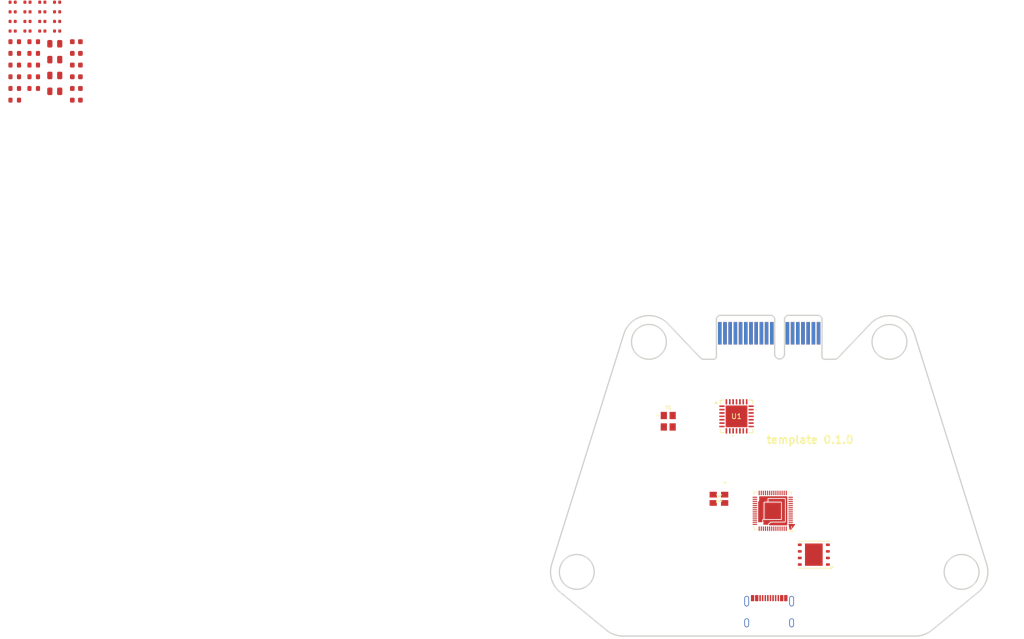
<source format=kicad_pcb>
(kicad_pcb (version 20241229) (generator "pcbnew") (generator_version "9.0")
  (layers (0 "F.Cu" signal) (2 "B.Cu" signal) (13 "F.Paste" user) (15 "B.Paste" user) (5 "F.SilkS" user "F.Silkscreen") (7 "B.SilkS" user "B.Silkscreen") (1 "F.Mask" user) (3 "B.Mask" user) (25 "Edge.Cuts" user))
  (net 0 "")
  (net 3 "+BAT")
  (net 12 "+1V1")
  (net 13 "/XOUT")
  (net 14 "/XIN")
  (net 15 "/REFCAP")
  (net 17 "/REFGND")
  (net 19 "/CAN_OSC1")
  (net 20 "/CAN_OSC2")
  (net 22 "GND")
  (net 23 "/REFIO")
  (net 24 "/USB_DM")
  (net 25 "/USB_DP")
  (net 27 "Net-(J6-CC2)")
  (net 29 "Net-(J6-CC1)")
  (net 30 "/BOOTSEL")
  (net 33 "/QSPI_SS")
  (net 36 "Net-(U2-USB_DP)")
  (net 38 "Net-(U2-USB_DM)")
  (net 41 "Net-(SW1A-B)")
  (net 42 "Net-(R7-Pad1)")
  (net 43 "Net-(U1-*RESET)")
  (net 45 "/CANH")
  (net 47 "/CANL")
  (net 49 "/CS2")
  (net 50 "+3.3V")
  (net 51 "/CS1")
  (net 52 "/CAN_STBY")
  (net 54 "+5V")
  (net 55 "/TXCAN")
  (net 56 "/SDO1")
  (net 57 "/SCK1")
  (net 58 "/CAN_INT")
  (net 59 "/RXCAN")
  (net 60 "/SDI1")
  (net 71 "CANN")
  (net 72 "CANP")
  (net 78 "/QSPI_SD0")
  (net 79 "/SWCLK")
  (net 80 "/QSPI_SD3")
  (net 81 "/SWD")
  (net 82 "/QSPI_SD1")
  (net 83 "/QSPI_SCLK")
  (net 84 "/QSPI_SD2")
  (footprint "PCM_JLCPCB:C_0402" (layer "F.Cu") (at 9.475 2.275)
    (property "Reference" "C16" (hide yes))
    (property "Value" "100nF")
    (pad "1" smd roundrect (at -0.5 0) (size 0.56 0.62) (layers "F.Cu" "F.Mask" "F.Paste") (net 54 "+5V"))
    (pad "2" smd roundrect (at 0.5 0) (size 0.56 0.62) (layers "F.Cu" "F.Mask" "F.Paste") (net 22 "GND"))
  )
  (footprint "Package_SON:WSON-8-1EP_6x5mm_P1.27mm_EP3.4x4.3mm" (layer "F.Cu") (at 155 106.75 180)
    (property "Reference" "U4" (hide yes))
    (property "Value" "W25Q128JVP" (hide yes))
    (fp_line (start -2.99 -2.61) (end 3 -2.61) (stroke (width 0.12)) (layer "F.SilkS"))
    (fp_line (start -3 2.61) (end 3 2.61) (stroke (width 0.12)) (layer "F.SilkS"))
    (fp_poly (pts (xy -3.23 -2.31) (xy -3.71 -2.31) (xy -3.23 -2.79) (xy -3.23 -2.31)) (stroke (width 0.12)) (fill yes) (layer "F.SilkS"))
    (pad "1" smd roundrect (at -2.7 -1.905 180) (size 0.75 0.5) (layers "F.Cu" "F.Mask" "F.Paste") (net 33 "/QSPI_SS"))
    (pad "2" smd roundrect (at -2.7 -0.635 180) (size 0.75 0.5) (layers "F.Cu" "F.Mask" "F.Paste") (net 82 "/QSPI_SD1"))
    (pad "3" smd roundrect (at -2.7 0.635 180) (size 0.75 0.5) (layers "F.Cu" "F.Mask" "F.Paste") (net 84 "/QSPI_SD2"))
    (pad "4" smd roundrect (at -2.7 1.905 180) (size 0.75 0.5) (layers "F.Cu" "F.Mask" "F.Paste") (net 22 "GND"))
    (pad "5" smd roundrect (at 2.7 1.905 180) (size 0.75 0.5) (layers "F.Cu" "F.Mask" "F.Paste") (net 78 "/QSPI_SD0"))
    (pad "6" smd roundrect (at 2.7 0.635 180) (size 0.75 0.5) (layers "F.Cu" "F.Mask" "F.Paste") (net 83 "/QSPI_SCLK"))
    (pad "7" smd roundrect (at 2.7 -0.635 180) (size 0.75 0.5) (layers "F.Cu" "F.Mask" "F.Paste") (net 80 "/QSPI_SD3"))
    (pad "8" smd roundrect (at 2.7 -1.905 180) (size 0.75 0.5) (layers "F.Cu" "F.Mask" "F.Paste") (net 50 "+3.3V"))
    (pad "9" smd rect (at 0 0 180) (size 3.4 4.3) (property pad_prop_heatsink) (layers "F.Cu" "F.Mask"))
  )
  (footprint "PCM_JLCPCB:R_0603" (layer "F.Cu") (at 1.325 19.275)
    (property "Reference" "R6" (hide yes))
    (property "Value" "5.1kΩ")
    (pad "1" smd roundrect (at -0.82 0) (size 0.8 0.95) (layers "F.Cu" "F.Mask" "F.Paste") (net 27 "Net-(J6-CC2)"))
    (pad "2" smd roundrect (at 0.82 0) (size 0.8 0.95) (layers "F.Cu" "F.Mask" "F.Paste") (net 22 "GND"))
  )
  (footprint "PCM_JLCPCB:R_0603" (layer "F.Cu") (at 4.975 8.025)
    (property "Reference" "R7" (hide yes))
    (property "Value" "5.1kΩ")
    (pad "1" smd roundrect (at -0.82 0) (size 0.8 0.95) (layers "F.Cu" "F.Mask" "F.Paste") (net 42 "Net-(R7-Pad1)"))
    (pad "2" smd roundrect (at 0.82 0) (size 0.8 0.95) (layers "F.Cu" "F.Mask" "F.Paste") (net 43 "Net-(U1-*RESET)"))
  )
  (footprint "PCM_JLCPCB:C_0603" (layer "F.Cu") (at 13.175 19.275)
    (property "Reference" "C24" (hide yes))
    (property "Value" "1uF")
    (pad "1" smd roundrect (at -0.78 0) (size 0.9 0.95) (layers "F.Cu" "F.Mask" "F.Paste") (net 22 "GND"))
    (pad "2" smd roundrect (at 0.78 0) (size 0.9 0.95) (layers "F.Cu" "F.Mask" "F.Paste") (net 22 "GND"))
  )
  (footprint "PCM_JLCPCB:R_0603" (layer "F.Cu") (at 4.975 12.525)
    (property "Reference" "R9" (hide yes))
    (property "Value" "120Ω")
    (pad "1" smd roundrect (at -0.82 0) (size 0.8 0.95) (layers "F.Cu" "F.Mask" "F.Paste") (net 47 "/CANL"))
    (pad "2" smd roundrect (at 0.82 0) (size 0.8 0.95) (layers "F.Cu" "F.Mask" "F.Paste") (net 45 "/CANH"))
  )
  (footprint "PCM_JLCPCB:C_0402" (layer "F.Cu") (at 6.625 5.975)
    (property "Reference" "C14" (hide yes))
    (property "Value" "100nF")
    (pad "1" smd roundrect (at -0.5 0) (size 0.56 0.62) (layers "F.Cu" "F.Mask" "F.Paste") (net 22 "GND"))
    (pad "2" smd roundrect (at 0.5 0) (size 0.56 0.62) (layers "F.Cu" "F.Mask" "F.Paste") (net 50 "+3.3V"))
  )
  (footprint "PCM_JLCPCB:C_0402" (layer "F.Cu") (at 6.625 0.425)
    (property "Reference" "C9" (hide yes))
    (property "Value" "100nF")
    (pad "1" smd roundrect (at -0.5 0) (size 0.56 0.62) (layers "F.Cu" "F.Mask" "F.Paste") (net 50 "+3.3V"))
    (pad "2" smd roundrect (at 0.5 0) (size 0.56 0.62) (layers "F.Cu" "F.Mask" "F.Paste") (net 22 "GND"))
  )
  (footprint "PCM_JLCPCB:C_0805" (layer "F.Cu") (at 9.025 8.425)
    (property "Reference" "C22" (hide yes))
    (property "Value" "10uF")
    (pad "1" smd roundrect (at -0.95 0) (size 1 1.45) (layers "F.Cu" "F.Mask" "F.Paste") (net 15 "/REFCAP"))
    (pad "2" smd roundrect (at 0.95 0) (size 1 1.45) (layers "F.Cu" "F.Mask" "F.Paste") (net 17 "/REFGND"))
  )
  (footprint "PCM_JLCPCB:C_0805" (layer "F.Cu") (at 9.025 17.575)
    (property "Reference" "C27" (hide yes))
    (property "Value" "10uF")
    (pad "1" smd roundrect (at -0.95 0) (size 1 1.45) (layers "F.Cu" "F.Mask" "F.Paste") (net 17 "/REFGND"))
    (pad "2" smd roundrect (at 0.95 0) (size 1 1.45) (layers "F.Cu" "F.Mask" "F.Paste") (net 15 "/REFCAP"))
  )
  (footprint "PCM_JLCPCB:R_0603" (layer "F.Cu") (at 1.325 12.525)
    (property "Reference" "R3" (hide yes))
    (property "Value" "27Ω")
    (pad "1" smd roundrect (at -0.82 0) (size 0.8 0.95) (layers "F.Cu" "F.Mask" "F.Paste") (net 38 "Net-(U2-USB_DM)"))
    (pad "2" smd roundrect (at 0.82 0) (size 0.8 0.95) (layers "F.Cu" "F.Mask" "F.Paste") (net 24 "/USB_DM"))
  )
  (footprint "PCM_JLCPCB:R_0603" (layer "F.Cu") (at 4.975 10.275)
    (property "Reference" "R8" (hide yes))
    (property "Value" "5.1kΩ")
    (pad "1" smd roundrect (at -0.82 0) (size 0.8 0.95) (layers "F.Cu" "F.Mask" "F.Paste") (net 50 "+3.3V"))
    (pad "2" smd roundrect (at 0.82 0) (size 0.8 0.95) (layers "F.Cu" "F.Mask" "F.Paste") (net 42 "Net-(R7-Pad1)"))
  )
  (footprint "PCM_JLCPCB:C_0402" (layer "F.Cu") (at 3.775 4.125)
    (property "Reference" "C7" (hide yes))
    (property "Value" "100nF")
    (pad "1" smd roundrect (at -0.5 0) (size 0.56 0.62) (layers "F.Cu" "F.Mask" "F.Paste") (net 50 "+3.3V"))
    (pad "2" smd roundrect (at 0.5 0) (size 0.56 0.62) (layers "F.Cu" "F.Mask" "F.Paste") (net 22 "GND"))
  )
  (footprint "PCM_JLCPCB:C_0603" (layer "F.Cu") (at 13.175 10.275)
    (property "Reference" "C13" (hide yes))
    (property "Value" "15pF")
    (pad "1" smd roundrect (at -0.78 0) (size 0.9 0.95) (layers "F.Cu" "F.Mask" "F.Paste") (net 14 "/XIN"))
    (pad "2" smd roundrect (at 0.78 0) (size 0.9 0.95) (layers "F.Cu" "F.Mask" "F.Paste") (net 22 "GND"))
  )
  (footprint "PCM_JLCPCB:C_0402" (layer "F.Cu") (at 6.625 4.125)
    (property "Reference" "C11" (hide yes))
    (property "Value" "1uF")
    (pad "1" smd roundrect (at -0.5 0) (size 0.56 0.62) (layers "F.Cu" "F.Mask" "F.Paste") (net 50 "+3.3V"))
    (pad "2" smd roundrect (at 0.5 0) (size 0.56 0.62) (layers "F.Cu" "F.Mask" "F.Paste") (net 22 "GND"))
  )
  (footprint "PCM_JLCPCB:C_0402" (layer "F.Cu") (at 3.775 0.425)
    (property "Reference" "C5" (hide yes))
    (property "Value" "100nF")
    (pad "1" smd roundrect (at -0.5 0) (size 0.56 0.62) (layers "F.Cu" "F.Mask" "F.Paste") (net 50 "+3.3V"))
    (pad "2" smd roundrect (at 0.5 0) (size 0.56 0.62) (layers "F.Cu" "F.Mask" "F.Paste") (net 22 "GND"))
  )
  (footprint "Connector_USB:USB_C_Receptacle_Palconn_UTC16-G" (layer "F.Cu") (at 146.41 117.625)
    (property "Reference" "J6" (hide yes))
    (property "Value" "USB_C_Receptacle_USB2.0_16P" (hide yes))
    (pad "" np_thru_hole circle (at -2.89 -1.45 180) (size 0.6 0.6) (drill 0.6) (layers "*.Cu" "*.Mask"))
    (pad "" np_thru_hole circle (at 2.89 -1.45 180) (size 0.6 0.6) (drill 0.6) (layers "*.Cu" "*.Mask"))
    (pad "A1" smd rect (at -3.2 -2.51) (size 0.6 1.16) (layers "F.Cu" "F.Mask" "F.Paste") (net 22 "GND"))
    (pad "A4" smd rect (at -2.4 -2.51) (size 0.6 1.16) (layers "F.Cu" "F.Mask" "F.Paste"))
    (pad "A5" smd rect (at -1.25 -2.51 180) (size 0.3 1.16) (layers "F.Cu" "F.Mask" "F.Paste") (net 29 "Net-(J6-CC1)"))
    (pad "A6" smd rect (at -0.25 -2.51 180) (size 0.3 1.16) (layers "F.Cu" "F.Mask" "F.Paste") (net 25 "/USB_DP"))
    (pad "A7" smd rect (at 0.25 -2.51 180) (size 0.3 1.16) (layers "F.Cu" "F.Mask" "F.Paste") (net 24 "/USB_DM"))
    (pad "A8" smd rect (at 1.25 -2.51 180) (size 0.3 1.16) (layers "F.Cu" "F.Mask" "F.Paste"))
    (pad "A9" smd rect (at 2.4 -2.51) (size 0.6 1.16) (layers "F.Cu" "F.Mask" "F.Paste"))
    (pad "A12" smd rect (at 3.2 -2.51) (size 0.6 1.16) (layers "F.Cu" "F.Mask" "F.Paste") (net 22 "GND"))
    (pad "B1" smd rect (at 3.2 -2.51) (size 0.6 1.16) (layers "F.Cu" "F.Mask" "F.Paste") (net 22 "GND"))
    (pad "B4" smd rect (at 2.4 -2.51) (size 0.6 1.16) (layers "F.Cu" "F.Mask" "F.Paste"))
    (pad "B5" smd rect (at 1.75 -2.51 180) (size 0.3 1.16) (layers "F.Cu" "F.Mask" "F.Paste") (net 27 "Net-(J6-CC2)"))
    (pad "B6" smd rect (at 0.75 -2.51 180) (size 0.3 1.16) (layers "F.Cu" "F.Mask" "F.Paste") (net 25 "/USB_DP"))
    (pad "B7" smd rect (at -0.75 -2.51 180) (size 0.3 1.16) (layers "F.Cu" "F.Mask" "F.Paste") (net 24 "/USB_DM"))
    (pad "B8" smd rect (at -1.75 -2.51 180) (size 0.3 1.16) (layers "F.Cu" "F.Mask" "F.Paste"))
    (pad "B9" smd rect (at -2.4 -2.51) (size 0.6 1.16) (layers "F.Cu" "F.Mask" "F.Paste"))
    (pad "B12" smd rect (at -3.2 -2.51) (size 0.6 1.16) (layers "F.Cu" "F.Mask" "F.Paste") (net 22 "GND"))
    (pad "S1" thru_hole oval (at -4.32 -1.93 90) (size 2 0.9) (drill oval 1.7 0.6) (layers "*.Cu" "*.Mask") (net 22 "GND"))
    (pad "S1" thru_hole oval (at -4.32 2.24 90) (size 1.7 0.9) (drill oval 1.4 0.6) (layers "*.Cu" "*.Mask") (net 22 "GND"))
    (pad "S1" thru_hole oval (at 4.32 -1.93 90) (size 2 0.9) (drill oval 1.7 0.6) (layers "*.Cu" "*.Mask") (net 22 "GND"))
    (pad "S1" thru_hole oval (at 4.32 2.24 90) (size 1.7 0.9) (drill oval 1.4 0.6) (layers "*.Cu" "*.Mask") (net 22 "GND"))
  )
  (footprint "PCM_JLCPCB:C_0402" (layer "F.Cu") (at 0.925 4.125)
    (property "Reference" "C3" (hide yes))
    (property "Value" "1uF")
    (pad "1" smd roundrect (at -0.5 0) (size 0.56 0.62) (layers "F.Cu" "F.Mask" "F.Paste") (net 12 "+1V1"))
    (pad "2" smd roundrect (at 0.5 0) (size 0.56 0.62) (layers "F.Cu" "F.Mask" "F.Paste") (net 22 "GND"))
  )
  (footprint "challenge_template:ABM8-272-T3_ABR" (layer "F.Cu") (at 136.75 96 -90)
    (property "Reference" "X1" (at 0 0 270) (layer "F.SilkS"))
    (property "Value" "ABM8-272-T3")
    (fp_circle (center -3.1016 -1.1) (end -2.9746 -1.1) (stroke (width 0.1524)) (fill no) (layer "F.SilkS"))
    (pad "1" smd rect (at -0.800001 -1.1 270) (size 1.1 1.4) (layers "F.Cu" "F.Mask" "F.Paste") (net 13 "/XOUT"))
    (pad "2" smd rect (at -0.800001 1.1 270) (size 1.1 1.4) (layers "F.Cu" "F.Mask" "F.Paste") (net 22 "GND"))
    (pad "3" smd rect (at 0.800001 1.1 270) (size 1.1 1.4) (layers "F.Cu" "F.Mask" "F.Paste") (net 14 "/XIN"))
    (pad "4" smd rect (at 0.800001 -1.1 270) (size 1.1 1.4) (layers "F.Cu" "F.Mask" "F.Paste") (net 22 "GND"))
  )
  (footprint "PCM_JLCPCB:C_0402" (layer "F.Cu") (at 9.475 5.975)
    (property "Reference" "C23" (hide yes))
    (property "Value" "1uF")
    (pad "1" smd roundrect (at -0.5 0) (size 0.56 0.62) (layers "F.Cu" "F.Mask" "F.Paste") (net 22 "GND"))
    (pad "2" smd roundrect (at 0.5 0) (size 0.56 0.62) (layers "F.Cu" "F.Mask" "F.Paste") (net 54 "+5V"))
  )
  (footprint "PCM_JLCPCB:C_0402" (layer "F.Cu") (at 6.625 2.275)
    (property "Reference" "C10" (hide yes))
    (property "Value" "100nF")
    (pad "1" smd roundrect (at -0.5 0) (size 0.56 0.62) (layers "F.Cu" "F.Mask" "F.Paste") (net 50 "+3.3V"))
    (pad "2" smd roundrect (at 0.5 0) (size 0.56 0.62) (layers "F.Cu" "F.Mask" "F.Paste") (net 22 "GND"))
  )
  (footprint "PCM_JLCPCB:C_0603" (layer "F.Cu") (at 13.175 14.775)
    (property "Reference" "C19" (hide yes))
    (property "Value" "22pF")
    (pad "1" smd roundrect (at -0.78 0) (size 0.9 0.95) (layers "F.Cu" "F.Mask" "F.Paste") (net 19 "/CAN_OSC1"))
    (pad "2" smd roundrect (at 0.78 0) (size 0.9 0.95) (layers "F.Cu" "F.Mask" "F.Paste") (net 22 "GND"))
  )
  (footprint "PCM_JLCPCB:R_0603" (layer "F.Cu") (at 1.325 10.275)
    (property "Reference" "R2" (hide yes))
    (property "Value" "27Ω")
    (pad "1" smd roundrect (at -0.82 0) (size 0.8 0.95) (layers "F.Cu" "F.Mask" "F.Paste") (net 25 "/USB_DP"))
    (pad "2" smd roundrect (at 0.82 0) (size 0.8 0.95) (layers "F.Cu" "F.Mask" "F.Paste") (net 36 "Net-(U2-USB_DP)"))
  )
  (footprint "challenge_template:QFN28_6X6MC_MCH" (layer "F.Cu") (at 140.1322 80.1322)
    (property "Reference" "U1" (at 0 0 0) (layer "F.SilkS"))
    (property "Value" "MCP25625T-E/ML")
    (fp_line (start -3.1242 -3.1242) (end -3.1242 -2.435141) (stroke (width 0.1524)) (layer "F.SilkS"))
    (fp_line (start -3.1242 2.435139) (end -3.1242 3.1242) (stroke (width 0.1524)) (layer "F.SilkS"))
    (fp_line (start -3.1242 3.1242) (end -2.435141 3.1242) (stroke (width 0.1524)) (layer "F.SilkS"))
    (fp_line (start -2.435139 -3.1242) (end -3.1242 -3.1242) (stroke (width 0.1524)) (layer "F.SilkS"))
    (fp_line (start 2.435139 3.1242) (end 3.1242 3.1242) (stroke (width 0.1524)) (layer "F.SilkS"))
    (fp_line (start 3.1242 -3.1242) (end 2.435141 -3.1242) (stroke (width 0.1524)) (layer "F.SilkS"))
    (fp_line (start 3.1242 -2.435139) (end 3.1242 -3.1242) (stroke (width 0.1524)) (layer "F.SilkS"))
    (fp_line (start 3.1242 3.1242) (end 3.1242 2.435141) (stroke (width 0.1524)) (layer "F.SilkS"))
    (fp_poly (pts (xy -0.840499 3.556) (xy -0.840499 3.81) (xy -0.459499 3.81) (xy -0.459499 3.556)) (fill yes) (layer "F.SilkS"))
    (fp_poly (pts (xy 3.81 -1.4905) (xy 3.81 -1.1095) (xy 3.556 -1.1095) (xy 3.556 -1.4905)) (fill yes) (layer "F.SilkS"))
    (fp_text user "*" (at -3.937 -2.275 0) (layer "F.SilkS"))
    (fp_text user "*" (at -3.937 -2.275 0) (layer "F.SilkS"))
    (pad "1" smd rect (at -2.794 -1.950001 90) (size 0.3048 1.016) (layers "F.Cu" "F.Mask" "F.Paste") (net 51 "/CS1"))
    (pad "2" smd rect (at -2.794 -1.3 90) (size 0.3048 1.016) (layers "F.Cu" "F.Mask" "F.Paste") (net 43 "Net-(U1-*RESET)"))
    (pad "3" smd rect (at -2.794 -0.649999 90) (size 0.3048 1.016) (layers "F.Cu" "F.Mask" "F.Paste") (net 50 "+3.3V"))
    (pad "4" smd rect (at -2.794 0 90) (size 0.3048 1.016) (layers "F.Cu" "F.Mask" "F.Paste") (net 55 "/TXCAN"))
    (pad "5" smd rect (at -2.794 0.649999 90) (size 0.3048 1.016) (layers "F.Cu" "F.Mask" "F.Paste") (net 59 "/RXCAN"))
    (pad "6" smd rect (at -2.794 1.3 90) (size 0.3048 1.016) (layers "F.Cu" "F.Mask" "F.Paste"))
    (pad "7" smd rect (at -2.794 1.949999 90) (size 0.3048 1.016) (layers "F.Cu" "F.Mask" "F.Paste"))
    (pad "8" smd rect (at -1.950001 2.794) (size 0.3048 1.016) (layers "F.Cu" "F.Mask" "F.Paste"))
    (pad "9" smd rect (at -1.3 2.794) (size 0.3048 1.016) (layers "F.Cu" "F.Mask" "F.Paste"))
    (pad "10" smd rect (at -0.650001 2.794) (size 0.3048 1.016) (layers "F.Cu" "F.Mask" "F.Paste") (net 59 "/RXCAN"))
    (pad "11" smd rect (at 0 2.794) (size 0.3048 1.016) (layers "F.Cu" "F.Mask" "F.Paste") (net 50 "+3.3V"))
    (pad "12" smd rect (at 0.649999 2.794) (size 0.3048 1.016) (layers "F.Cu" "F.Mask" "F.Paste") (net 47 "/CANL"))
    (pad "13" smd rect (at 1.3 2.794) (size 0.3048 1.016) (layers "F.Cu" "F.Mask" "F.Paste") (net 45 "/CANH"))
    (pad "14" smd rect (at 1.949999 2.794) (size 0.3048 1.016) (layers "F.Cu" "F.Mask" "F.Paste"))
    (pad "15" smd rect (at 2.794 1.950001 90) (size 0.3048 1.016) (layers "F.Cu" "F.Mask" "F.Paste") (net 52 "/CAN_STBY"))
    (pad "16" smd rect (at 2.794 1.3 90) (size 0.3048 1.016) (layers "F.Cu" "F.Mask" "F.Paste") (net 55 "/TXCAN"))
    (pad "17" smd rect (at 2.794 0.650001 90) (size 0.3048 1.016) (layers "F.Cu" "F.Mask" "F.Paste"))
    (pad "18" smd rect (at 2.794 0 90) (size 0.3048 1.016) (layers "F.Cu" "F.Mask" "F.Paste") (net 22 "GND"))
    (pad "19" smd rect (at 2.794 -0.649999 90) (size 0.3048 1.016) (layers "F.Cu" "F.Mask" "F.Paste") (net 54 "+5V"))
    (pad "20" smd rect (at 2.794 -1.3 90) (size 0.3048 1.016) (layers "F.Cu" "F.Mask" "F.Paste") (net 20 "/CAN_OSC2"))
    (pad "21" smd rect (at 2.794 -1.949999 90) (size 0.3048 1.016) (layers "F.Cu" "F.Mask" "F.Paste") (net 19 "/CAN_OSC1"))
    (pad "22" smd rect (at 1.950001 -2.794) (size 0.3048 1.016) (layers "F.Cu" "F.Mask" "F.Paste") (net 22 "GND"))
    (pad "23" smd rect (at 1.3 -2.794) (size 0.3048 1.016) (layers "F.Cu" "F.Mask" "F.Paste"))
    (pad "24" smd rect (at 0.650001 -2.794) (size 0.3048 1.016) (layers "F.Cu" "F.Mask" "F.Paste"))
    (pad "25" smd rect (at 0 -2.794) (size 0.3048 1.016) (layers "F.Cu" "F.Mask" "F.Paste") (net 58 "/CAN_INT"))
    (pad "26" smd rect (at -0.649999 -2.794) (size 0.3048 1.016) (layers "F.Cu" "F.Mask" "F.Paste") (net 57 "/SCK1"))
    (pad "27" smd rect (at -1.3 -2.794) (size 0.3048 1.016) (layers "F.Cu" "F.Mask" "F.Paste") (net 56 "/SDO1"))
    (pad "28" smd rect (at -1.949999 -2.794) (size 0.3048 1.016) (layers "F.Cu" "F.Mask" "F.Paste") (net 60 "/SDI1"))
    (pad "29" smd rect (at 0 0) (size 4.191 4.191) (layers "F.Cu" "F.Mask" "F.Paste") (net 22 "GND"))
  )
  (footprint "challenge_template:OSC_X322516MLB4SI" (layer "F.Cu") (at 127 81.075)
    (property "Reference" "Y1" (at 0.032 -2.6564 0) (layer "F.SilkS") (effects (font (size 0.64 0.64))))
    (property "Value" "X322516MLB4SI")
    (fp_circle (center -2.05 -1.1) (end -1.95 -1.1) (stroke (width 0.2)) (fill no) (layer "F.SilkS"))
    (pad "1" smd rect (at -0.85 -1.1) (size 1.2 1.4) (layers "F.Cu" "F.Mask" "F.Paste") (net 20 "/CAN_OSC2"))
    (pad "2" smd rect (at -0.85 1.1) (size 1.2 1.4) (layers "F.Cu" "F.Mask" "F.Paste") (net 22 "GND"))
    (pad "3" smd rect (at 0.85 1.1) (size 1.2 1.4) (layers "F.Cu" "F.Mask" "F.Paste") (net 19 "/CAN_OSC1"))
    (pad "4" smd rect (at 0.85 -1.1) (size 1.2 1.4) (layers "F.Cu" "F.Mask" "F.Paste") (net 22 "GND"))
  )
  (footprint "PCM_JLCPCB:C_0402" (layer "F.Cu") (at 0.925 5.975)
    (property "Reference" "C4" (hide yes))
    (property "Value" "100nF")
    (pad "1" smd roundrect (at -0.5 0) (size 0.56 0.62) (layers "F.Cu" "F.Mask" "F.Paste") (net 50 "+3.3V"))
    (pad "2" smd roundrect (at 0.5 0) (size 0.56 0.62) (layers "F.Cu" "F.Mask" "F.Paste") (net 22 "GND"))
  )
  (footprint "PCM_JLCPCB:C_0603" (layer "F.Cu") (at 13.175 17.025)
    (property "Reference" "C20" (hide yes))
    (property "Value" "22pF")
    (pad "1" smd roundrect (at -0.78 0) (size 0.9 0.95) (layers "F.Cu" "F.Mask" "F.Paste") (net 20 "/CAN_OSC2"))
    (pad "2" smd roundrect (at 0.78 0) (size 0.9 0.95) (layers "F.Cu" "F.Mask" "F.Paste") (net 22 "GND"))
  )
  (footprint "Package_DFN_QFN:QFN-56-1EP_7x7mm_P0.4mm_EP3.2x3.2mm" (layer "F.Cu") (at 147.1 98.3125 180)
    (property "Reference" "U2" (hide yes))
    (property "Value" "RP2040" (hide yes))
    (fp_line (start 3.61 3.61) (end 3.61 2.96) (stroke (width 0.12)) (layer "F.SilkS"))
    (fp_line (start 3.61 -3.61) (end 3.61 -2.96) (stroke (width 0.12)) (layer "F.SilkS"))
    (fp_line (start 2.96 3.61) (end 3.61 3.61) (stroke (width 0.12)) (layer "F.SilkS"))
    (fp_line (start 2.96 -3.61) (end 3.61 -3.61) (stroke (width 0.12)) (layer "F.SilkS"))
    (fp_line (start -2.96 3.61) (end -3.61 3.61) (stroke (width 0.12)) (layer "F.SilkS"))
    (fp_line (start -2.96 -3.61) (end -3.31 -3.61) (stroke (width 0.12)) (layer "F.SilkS"))
    (fp_line (start -3.61 3.61) (end -3.61 2.96) (stroke (width 0.12)) (layer "F.SilkS"))
    (fp_line (start -3.61 -2.96) (end -3.61 -3.37) (stroke (width 0.12)) (layer "F.SilkS"))
    (fp_poly (pts (xy -3.61 -3.61) (xy -3.85 -3.94) (xy -3.37 -3.94) (xy -3.61 -3.61)) (stroke (width 0.12)) (fill yes) (layer "F.SilkS"))
    (pad "1" smd roundrect (at -3.4375 -2.6 180) (size 0.875 0.2) (layers "F.Cu" "F.Mask" "F.Paste") (net 50 "+3.3V"))
    (pad "2" smd roundrect (at -3.4375 -2.2 180) (size 0.875 0.2) (layers "F.Cu" "F.Mask" "F.Paste"))
    (pad "3" smd roundrect (at -3.4375 -1.8 180) (size 0.875 0.2) (layers "F.Cu" "F.Mask" "F.Paste"))
    (pad "4" smd roundrect (at -3.4375 -1.4 180) (size 0.875 0.2) (layers "F.Cu" "F.Mask" "F.Paste"))
    (pad "5" smd roundrect (at -3.4375 -1 180) (size 0.875 0.2) (layers "F.Cu" "F.Mask" "F.Paste"))
    (pad "6" smd roundrect (at -3.4375 -0.6 180) (size 0.875 0.2) (layers "F.Cu" "F.Mask" "F.Paste"))
    (pad "7" smd roundrect (at -3.4375 -0.2 180) (size 0.875 0.2) (layers "F.Cu" "F.Mask" "F.Paste"))
    (pad "8" smd roundrect (at -3.4375 0.2 180) (size 0.875 0.2) (layers "F.Cu" "F.Mask" "F.Paste"))
    (pad "9" smd roundrect (at -3.4375 0.6 180) (size 0.875 0.2) (layers "F.Cu" "F.Mask" "F.Paste"))
    (pad "10" smd roundrect (at -3.4375 1 180) (size 0.875 0.2) (layers "F.Cu" "F.Mask" "F.Paste") (net 50 "+3.3V"))
    (pad "11" smd roundrect (at -3.4375 1.4 180) (size 0.875 0.2) (layers "F.Cu" "F.Mask" "F.Paste"))
    (pad "12" smd roundrect (at -3.4375 1.8 180) (size 0.875 0.2) (layers "F.Cu" "F.Mask" "F.Paste"))
    (pad "13" smd roundrect (at -3.4375 2.2 180) (size 0.875 0.2) (layers "F.Cu" "F.Mask" "F.Paste"))
    (pad "14" smd roundrect (at -3.4375 2.6 180) (size 0.875 0.2) (layers "F.Cu" "F.Mask" "F.Paste"))
    (pad "15" smd roundrect (at -2.6 3.4375 180) (size 0.2 0.875) (layers "F.Cu" "F.Mask" "F.Paste"))
    (pad "16" smd roundrect (at -2.2 3.4375 180) (size 0.2 0.875) (layers "F.Cu" "F.Mask" "F.Paste"))
    (pad "17" smd roundrect (at -1.8 3.4375 180) (size 0.2 0.875) (layers "F.Cu" "F.Mask" "F.Paste"))
    (pad "18" smd roundrect (at -1.4 3.4375 180) (size 0.2 0.875) (layers "F.Cu" "F.Mask" "F.Paste"))
    (pad "19" smd roundrect (at -1 3.4375 180) (size 0.2 0.875) (layers "F.Cu" "F.Mask" "F.Paste") (net 22 "GND"))
    (pad "20" smd roundrect (at -0.6 3.4375 180) (size 0.2 0.875) (layers "F.Cu" "F.Mask" "F.Paste") (net 14 "/XIN"))
    (pad "21" smd roundrect (at -0.2 3.4375 180) (size 0.2 0.875) (layers "F.Cu" "F.Mask" "F.Paste") (net 13 "/XOUT"))
    (pad "22" smd roundrect (at 0.2 3.4375 180) (size 0.2 0.875) (layers "F.Cu" "F.Mask" "F.Paste") (net 50 "+3.3V"))
    (pad "23" smd roundrect (at 0.6 3.4375 180) (size 0.2 0.875) (layers "F.Cu" "F.Mask" "F.Paste") (net 12 "+1V1"))
    (pad "24" smd roundrect (at 1 3.4375 180) (size 0.2 0.875) (layers "F.Cu" "F.Mask" "F.Paste") (net 79 "/SWCLK"))
    (pad "25" smd roundrect (at 1.4 3.4375 180) (size 0.2 0.875) (layers "F.Cu" "F.Mask" "F.Paste") (net 81 "/SWD"))
    (pad "26" smd roundrect (at 1.8 3.4375 180) (size 0.2 0.875) (layers "F.Cu" "F.Mask" "F.Paste") (net 41 "Net-(SW1A-B)"))
    (pad "27" smd roundrect (at 2.2 3.4375 180) (size 0.2 0.875) (layers "F.Cu" "F.Mask" "F.Paste"))
    (pad "28" smd roundrect (at 2.6 3.4375 180) (size 0.2 0.875) (layers "F.Cu" "F.Mask" "F.Paste"))
    (pad "29" smd roundrect (at 3.4375 2.6 180) (size 0.875 0.2) (layers "F.Cu" "F.Mask" "F.Paste"))
    (pad "30" smd roundrect (at 3.4375 2.2 180) (size 0.875 0.2) (layers "F.Cu" "F.Mask" "F.Paste"))
    (pad "31" smd roundrect (at 3.4375 1.8 180) (size 0.875 0.2) (layers "F.Cu" "F.Mask" "F.Paste"))
    (pad "32" smd roundrect (at 3.4375 1.4 180) (size 0.875 0.2) (layers "F.Cu" "F.Mask" "F.Paste"))
    (pad "33" smd roundrect (at 3.4375 1 180) (size 0.875 0.2) (layers "F.Cu" "F.Mask" "F.Paste") (net 50 "+3.3V"))
    (pad "34" smd roundrect (at 3.4375 0.6 180) (size 0.875 0.2) (layers "F.Cu" "F.Mask" "F.Paste"))
    (pad "35" smd roundrect (at 3.4375 0.2 180) (size 0.875 0.2) (layers "F.Cu" "F.Mask" "F.Paste"))
    (pad "36" smd roundrect (at 3.4375 -0.2 180) (size 0.875 0.2) (layers "F.Cu" "F.Mask" "F.Paste"))
    (pad "37" smd roundrect (at 3.4375 -0.6 180) (size 0.875 0.2) (layers "F.Cu" "F.Mask" "F.Paste"))
    (pad "38" smd roundrect (at 3.4375 -1 180) (size 0.875 0.2) (layers "F.Cu" "F.Mask" "F.Paste"))
    (pad "39" smd roundrect (at 3.4375 -1.4 180) (size 0.875 0.2) (layers "F.Cu" "F.Mask" "F.Paste"))
    (pad "40" smd roundrect (at 3.4375 -1.8 180) (size 0.875 0.2) (layers "F.Cu" "F.Mask" "F.Paste"))
    (pad "41" smd roundrect (at 3.4375 -2.2 180) (size 0.875 0.2) (layers "F.Cu" "F.Mask" "F.Paste"))
    (pad "42" smd roundrect (at 3.4375 -2.6 180) (size 0.875 0.2) (layers "F.Cu" "F.Mask" "F.Paste") (net 50 "+3.3V"))
    (pad "43" smd roundrect (at 2.6 -3.4375 180) (size 0.2 0.875) (layers "F.Cu" "F.Mask" "F.Paste") (net 50 "+3.3V"))
    (pad "44" smd roundrect (at 2.2 -3.4375 180) (size 0.2 0.875) (layers "F.Cu" "F.Mask" "F.Paste") (net 50 "+3.3V"))
    (pad "45" smd roundrect (at 1.8 -3.4375 180) (size 0.2 0.875) (layers "F.Cu" "F.Mask" "F.Paste") (net 12 "+1V1"))
    (pad "46" smd roundrect (at 1.4 -3.4375 180) (size 0.2 0.875) (layers "F.Cu" "F.Mask" "F.Paste") (net 38 "Net-(U2-USB_DM)"))
    (pad "47" smd roundrect (at 1 -3.4375 180) (size 0.2 0.875) (layers "F.Cu" "F.Mask" "F.Paste") (net 36 "Net-(U2-USB_DP)"))
    (pad "48" smd roundrect (at 0.6 -3.4375 180) (size 0.2 0.875) (layers "F.Cu" "F.Mask" "F.Paste") (net 50 "+3.3V"))
    (pad "49" smd roundrect (at 0.2 -3.4375 180) (size 0.2 0.875) (layers "F.Cu" "F.Mask" "F.Paste") (net 50 "+3.3V"))
    (pad "50" smd roundrect (at -0.2 -3.4375 180) (size 0.2 0.875) (layers "F.Cu" "F.Mask" "F.Paste") (net 12 "+1V1"))
    (pad "51" smd roundrect (at -0.6 -3.4375 180) (size 0.2 0.875) (layers "F.Cu" "F.Mask" "F.Paste") (net 80 "/QSPI_SD3"))
    (pad "52" smd roundrect (at -1 -3.4375 180) (size 0.2 0.875) (layers "F.Cu" "F.Mask" "F.Paste") (net 83 "/QSPI_SCLK"))
    (pad "53" smd roundrect (at -1.4 -3.4375 180) (size 0.2 0.875) (layers "F.Cu" "F.Mask" "F.Paste") (net 78 "/QSPI_SD0"))
    (pad "54" smd roundrect (at -1.8 -3.4375 180) (size 0.2 0.875) (layers "F.Cu" "F.Mask" "F.Paste") (net 84 "/QSPI_SD2"))
    (pad "55" smd roundrect (at -2.2 -3.4375 180) (size 0.2 0.875) (layers "F.Cu" "F.Mask" "F.Paste") (net 82 "/QSPI_SD1"))
    (pad "56" smd roundrect (at -2.6 -3.4375 180) (size 0.2 0.875) (layers "F.Cu" "F.Mask" "F.Paste") (net 33 "/QSPI_SS"))
    (pad "57" smd rect (at 0 0 180) (size 3.2 3.2) (property pad_prop_heatsink) (layers "F.Cu" "F.Mask") (net 22 "GND"))
  )
  (footprint "PCM_JLCPCB:C_0402" (layer "F.Cu") (at 0.925 0.425)
    (property "Reference" "C1" (hide yes))
    (property "Value" "100nF")
    (pad "1" smd roundrect (at -0.5 0) (size 0.56 0.62) (layers "F.Cu" "F.Mask" "F.Paste") (net 12 "+1V1"))
    (pad "2" smd roundrect (at 0.5 0) (size 0.56 0.62) (layers "F.Cu" "F.Mask" "F.Paste") (net 22 "GND"))
  )
  (footprint "PCM_JLCPCB:R_0603" (layer "F.Cu") (at 1.325 8.025)
    (property "Reference" "R1" (hide yes))
    (property "Value" "1kΩ")
    (pad "1" smd roundrect (at -0.82 0) (size 0.8 0.95) (layers "F.Cu" "F.Mask" "F.Paste") (net 30 "/BOOTSEL"))
    (pad "2" smd roundrect (at 0.82 0) (size 0.8 0.95) (layers "F.Cu" "F.Mask" "F.Paste") (net 33 "/QSPI_SS"))
  )
  (footprint "PCM_JLCPCB:C_0805" (layer "F.Cu") (at 9.025 11.475)
    (property "Reference" "C25" (hide yes))
    (property "Value" "10uF")
    (pad "1" smd roundrect (at -0.95 0) (size 1 1.45) (layers "F.Cu" "F.Mask" "F.Paste") (net 50 "+3.3V"))
    (pad "2" smd roundrect (at 0.95 0) (size 1 1.45) (layers "F.Cu" "F.Mask" "F.Paste") (net 22 "GND"))
  )
  (footprint "PCM_JLCPCB:C_0402" (layer "F.Cu") (at 3.775 2.275)
    (property "Reference" "C6" (hide yes))
    (property "Value" "100nF")
    (pad "1" smd roundrect (at -0.5 0) (size 0.56 0.62) (layers "F.Cu" "F.Mask" "F.Paste") (net 50 "+3.3V"))
    (pad "2" smd roundrect (at 0.5 0) (size 0.56 0.62) (layers "F.Cu" "F.Mask" "F.Paste") (net 22 "GND"))
  )
  (footprint "PCM_JLCPCB:C_0402" (layer "F.Cu") (at 9.475 4.125)
    (property "Reference" "C17" (hide yes))
    (property "Value" "100nF")
    (pad "1" smd roundrect (at -0.5 0) (size 0.56 0.62) (layers "F.Cu" "F.Mask" "F.Paste") (net 22 "GND"))
    (pad "2" smd roundrect (at 0.5 0) (size 0.56 0.62) (layers "F.Cu" "F.Mask" "F.Paste") (net 50 "+3.3V"))
  )
  (footprint "PCM_JLCPCB:C_0603" (layer "F.Cu") (at 13.175 8.025)
    (property "Reference" "C12" (hide yes))
    (property "Value" "15pF")
    (pad "1" smd roundrect (at -0.78 0) (size 0.9 0.95) (layers "F.Cu" "F.Mask" "F.Paste") (net 13 "/XOUT"))
    (pad "2" smd roundrect (at 0.78 0) (size 0.9 0.95) (layers "F.Cu" "F.Mask" "F.Paste") (net 22 "GND"))
  )
  (footprint "PCM_JLCPCB:C_0603" (layer "F.Cu") (at 13.175 12.525)
    (property "Reference" "C18" (hide yes))
    (property "Value" "1uF")
    (pad "1" smd roundrect (at -0.78 0) (size 0.9 0.95) (layers "F.Cu" "F.Mask" "F.Paste") (net 15 "/REFCAP"))
    (pad "2" smd roundrect (at 0.78 0) (size 0.9 0.95) (layers "F.Cu" "F.Mask" "F.Paste") (net 17 "/REFGND"))
  )
  (footprint "PCM_JLCPCB:R_0603" (layer "F.Cu") (at 4.975 14.775)
    (property "Reference" "R10" (hide yes))
    (property "Value" "5.1kΩ")
    (pad "1" smd roundrect (at -0.82 0) (size 0.8 0.95) (layers "F.Cu" "F.Mask" "F.Paste") (net 50 "+3.3V"))
    (pad "2" smd roundrect (at 0.82 0) (size 0.8 0.95) (layers "F.Cu" "F.Mask" "F.Paste") (net 49 "/CS2"))
  )
  (footprint "PCM_JLCPCB:C_0402" (layer "F.Cu") (at 3.775 5.975)
    (property "Reference" "C8" (hide yes))
    (property "Value" "100nF")
    (pad "1" smd roundrect (at -0.5 0) (size 0.56 0.62) (layers "F.Cu" "F.Mask" "F.Paste") (net 50 "+3.3V"))
    (pad "2" smd roundrect (at 0.5 0) (size 0.56 0.62) (layers "F.Cu" "F.Mask" "F.Paste") (net 22 "GND"))
  )
  (footprint "PCM_JLCPCB:R_0603" (layer "F.Cu") (at 1.325 17.025)
    (property "Reference" "R5" (hide yes))
    (property "Value" "5.1kΩ")
    (pad "1" smd roundrect (at -0.82 0) (size 0.8 0.95) (layers "F.Cu" "F.Mask" "F.Paste") (net 29 "Net-(J6-CC1)"))
    (pad "2" smd roundrect (at 0.82 0) (size 0.8 0.95) (layers "F.Cu" "F.Mask" "F.Paste") (net 22 "GND"))
  )
  (footprint "PCM_JLCPCB:R_0603" (layer "F.Cu") (at 4.975 17.025)
    (property "Reference" "R11" (hide yes))
    (property "Value" "5.1kΩ")
    (pad "1" smd roundrect (at -0.82 0) (size 0.8 0.95) (layers "F.Cu" "F.Mask" "F.Paste") (net 50 "+3.3V"))
    (pad "2" smd roundrect (at 0.82 0) (size 0.8 0.95) (layers "F.Cu" "F.Mask" "F.Paste") (net 51 "/CS1"))
  )
  (footprint "PCM_JLCPCB:R_0603" (layer "F.Cu") (at 1.325 14.775)
    (property "Reference" "R4" (hide yes))
    (property "Value" "1kΩ")
    (pad "1" smd roundrect (at -0.82 0) (size 0.8 0.95) (layers "F.Cu" "F.Mask" "F.Paste") (net 41 "Net-(SW1A-B)"))
    (pad "2" smd roundrect (at 0.82 0) (size 0.8 0.95) (layers "F.Cu" "F.Mask" "F.Paste") (net 50 "+3.3V"))
  )
  (footprint "PCM_JLCPCB:C_0402" (layer "F.Cu") (at 9.475 0.425)
    (property "Reference" "C15" (hide yes))
    (property "Value" "100nF")
    (pad "1" smd roundrect (at -0.5 0) (size 0.56 0.62) (layers "F.Cu" "F.Mask" "F.Paste") (net 22 "GND"))
    (pad "2" smd roundrect (at 0.5 0) (size 0.56 0.62) (layers "F.Cu" "F.Mask" "F.Paste") (net 50 "+3.3V"))
  )
  (footprint "PCM_JLCPCB:C_0402" (layer "F.Cu") (at 0.925 2.275)
    (property "Reference" "C2" (hide yes))
    (property "Value" "100nF")
    (pad "1" smd roundrect (at -0.5 0) (size 0.56 0.62) (layers "F.Cu" "F.Mask" "F.Paste") (net 12 "+1V1"))
    (pad "2" smd roundrect (at 0.5 0) (size 0.56 0.62) (layers "F.Cu" "F.Mask" "F.Paste") (net 22 "GND"))
  )
  (footprint "PCM_JLCPCB:C_0805" (layer "F.Cu") (at 9.025 14.525)
    (property "Reference" "C26" (hide yes))
    (property "Value" "10uF")
    (pad "1" smd roundrect (at -0.95 0) (size 1 1.45) (layers "F.Cu" "F.Mask" "F.Paste") (net 22 "GND"))
    (pad "2" smd roundrect (at 0.95 0) (size 1 1.45) (layers "F.Cu" "F.Mask" "F.Paste") (net 23 "/REFIO"))
  )
  (footprint "Connector_PCBEdge:BUS_PCIexpress_x1" (layer "B.Cu") (at 136.913 64.138595)
    (property "Reference" "J1" (hide yes))
    (property "Value" "Bus_PCI_Express_x1" (hide yes))
    (fp_line (start -0.65 -2.95) (end -0.65 4.506267) (stroke (width 0.25)) (layer "Edge.Cuts"))
    (fp_line (start -0.15 -3.45) (end -0.65 -2.95) (stroke (width 0.25)) (layer "Edge.Cuts"))
    (fp_line (start 10.05 -3.45) (end -0.15 -3.45) (stroke (width 0.25)) (layer "Edge.Cuts"))
    (fp_line (start 10.05 -3.45) (end 10.55 -2.95) (stroke (width 0.25)) (layer "Edge.Cuts"))
    (fp_line (start 10.55 -2.95) (end 10.55 4) (stroke (width 0.25)) (layer "Edge.Cuts"))
    (fp_line (start 12.45 -2.95) (end 12.45 4) (stroke (width 0.25)) (layer "Edge.Cuts"))
    (fp_line (start 12.95 -3.45) (end 12.45 -2.95) (stroke (width 0.25)) (layer "Edge.Cuts"))
    (fp_line (start 19.15 -3.45) (end 12.95 -3.45) (stroke (width 0.25)) (layer "Edge.Cuts"))
    (fp_line (start 19.15 -3.45) (end 19.65 -2.95) (stroke (width 0.25)) (layer "Edge.Cuts"))
    (fp_line (start 19.65 4.506267) (end 19.65 -2.95) (stroke (width 0.25)) (layer "Edge.Cuts"))
    (fp_arc (start 12.45 4) (mid 11.5 4.95) (end 10.55 4) (stroke (width 0.25)) (layer "Edge.Cuts"))
    (pad "A1" connect rect (at 0 0) (size 0.7 4.3) (layers "F.Cu" "F.Mask") (net 72 "CANP"))
    (pad "A2" connect rect (at 1 0) (size 0.7 4.3) (layers "F.Cu" "F.Mask"))
    (pad "A3" connect rect (at 2 0) (size 0.7 4.3) (layers "F.Cu" "F.Mask") (net 71 "CANN"))
    (pad "A4" connect rect (at 3 0) (size 0.7 4.3) (layers "F.Cu" "F.Mask") (net 22 "GND"))
    (pad "A5" connect rect (at 4 0) (size 0.7 4.3) (layers "F.Cu" "F.Mask") (net 22 "GND"))
    (pad "A6" connect rect (at 5 0) (size 0.7 4.3) (layers "F.Cu" "F.Mask") (net 22 "GND"))
    (pad "A7" connect rect (at 6 0) (size 0.7 4.3) (layers "F.Cu" "F.Mask") (net 22 "GND"))
    (pad "A8" connect rect (at 7 0) (size 0.7 4.3) (layers "F.Cu" "F.Mask"))
    (pad "A9" connect rect (at 8 0) (size 0.7 4.3) (layers "F.Cu" "F.Mask") (net 50 "+3.3V"))
    (pad "A10" connect rect (at 9 0) (size 0.7 4.3) (layers "F.Cu" "F.Mask") (net 50 "+3.3V"))
    (pad "A11" connect rect (at 10 0) (size 0.7 4.3) (layers "F.Cu" "F.Mask") (net 50 "+3.3V"))
    (pad "A12" connect rect (at 13 0) (size 0.7 4.3) (layers "F.Cu" "F.Mask") (net 54 "+5V"))
    (pad "A13" connect rect (at 14 0) (size 0.7 4.3) (layers "F.Cu" "F.Mask") (net 54 "+5V"))
    (pad "A14" connect rect (at 15 0) (size 0.7 4.3) (layers "F.Cu" "F.Mask") (net 54 "+5V"))
    (pad "A15" connect rect (at 16 0) (size 0.7 4.3) (layers "F.Cu" "F.Mask"))
    (pad "A16" connect rect (at 17 0) (size 0.7 4.3) (layers "F.Cu" "F.Mask") (net 3 "+BAT"))
    (pad "A17" connect rect (at 18 0) (size 0.7 4.3) (layers "F.Cu" "F.Mask") (net 3 "+BAT"))
    (pad "A18" connect rect (at 19 0) (size 0.7 4.3) (layers "F.Cu" "F.Mask") (net 3 "+BAT"))
    (pad "B1" connect rect (at 0 0) (size 0.7 4.3) (layers "B.Cu" "B.Mask") (net 22 "GND"))
    (pad "B2" connect rect (at 1 0) (size 0.7 4.3) (layers "B.Cu" "B.Mask") (net 22 "GND"))
    (pad "B3" connect rect (at 2 0) (size 0.7 4.3) (layers "B.Cu" "B.Mask") (net 22 "GND"))
    (pad "B4" connect rect (at 3 0) (size 0.7 4.3) (layers "B.Cu" "B.Mask") (net 22 "GND"))
    (pad "B5" connect rect (at 4 0) (size 0.7 4.3) (layers "B.Cu" "B.Mask") (net 22 "GND"))
    (pad "B6" connect rect (at 5 0) (size 0.7 4.3) (layers "B.Cu" "B.Mask") (net 22 "GND"))
    (pad "B7" connect rect (at 6 0) (size 0.7 4.3) (layers "B.Cu" "B.Mask") (net 22 "GND"))
    (pad "B8" connect rect (at 7 0) (size 0.7 4.3) (layers "B.Cu" "B.Mask"))
    (pad "B9" connect rect (at 8 0) (size 0.7 4.3) (layers "B.Cu" "B.Mask") (net 50 "+3.3V"))
    (pad "B10" connect rect (at 9 0) (size 0.7 4.3) (layers "B.Cu" "B.Mask") (net 50 "+3.3V"))
    (pad "B11" connect rect (at 10 0) (size 0.7 4.3) (layers "B.Cu" "B.Mask") (net 50 "+3.3V"))
    (pad "B12" connect rect (at 13 0) (size 0.7 4.3) (layers "B.Cu" "B.Mask") (net 54 "+5V"))
    (pad "B13" connect rect (at 14 0) (size 0.7 4.3) (layers "B.Cu" "B.Mask") (net 54 "+5V"))
    (pad "B14" connect rect (at 15 0) (size 0.7 4.3) (layers "B.Cu" "B.Mask") (net 54 "+5V"))
    (pad "B15" connect rect (at 16 0) (size 0.7 4.3) (layers "B.Cu" "B.Mask"))
    (pad "B16" connect rect (at 17 0) (size 0.7 4.3) (layers "B.Cu" "B.Mask") (net 3 "+BAT"))
    (pad "B17" connect rect (at 18 0) (size 0.7 4.3) (layers "B.Cu" "B.Mask") (net 3 "+BAT"))
    (pad "B18" connect rect (at 19 0) (size 0.7 4.3) (layers "B.Cu" "B.Mask") (net 3 "+BAT"))
  )
  (gr_line (start 159.678146 68.835513) (end 165.883818 62.312636) (stroke (width 0.25)) (layer "Edge.Cuts"))
  (gr_line (start 133.143972 68.831791) (end 126.941843 62.312637) (stroke (width 0.25)) (layer "Edge.Cuts"))
  (gr_line (start 174.511605 122.419976) (end 118.31403 122.419976) (stroke (width 0.25)) (layer "Edge.Cuts"))
  (gr_circle (center 183.413305 110.068595) (end 180.063305 110.068595) (stroke (width 0.25)) (fill no) (layer "Edge.Cuts"))
  (gr_arc (start 159.678146 68.835513) (mid 159.347804 69.065283) (end 158.95364 69.146243) (stroke (width 0.25)) (layer "Edge.Cuts"))
  (gr_arc (start 188.23235 108.558858) (mid 188.252259 111.513246) (end 186.615928 113.973169) (stroke (width 0.25)) (layer "Edge.Cuts"))
  (gr_line (start 133.87203 69.146243) (end 135.755183 69.146243) (stroke (width 0.25)) (layer "Edge.Cuts"))
  (gr_arc (start 118.31403 122.419976) (mid 116.613396 122.125003) (end 115.111431 121.274551) (stroke (width 0.25)) (layer "Edge.Cuts"))
  (gr_line (start 158.95364 69.146243) (end 157.070478 69.146243) (stroke (width 0.25)) (layer "Edge.Cuts"))
  (gr_line (start 174.361605 64.283721) (end 174.361606 64.283721) (stroke (width 0.25)) (layer "Edge.Cuts"))
  (gr_line (start 186.615928 113.973169) (end 177.714231 121.274549) (stroke (width 0.25)) (layer "Edge.Cuts"))
  (gr_arc (start 133.87203 69.146243) (mid 133.475493 69.064276) (end 133.143972 68.831791) (stroke (width 0.25)) (layer "Edge.Cuts"))
  (gr_arc (start 165.883818 62.312636) (mid 170.686181 60.874652) (end 174.361605 64.283721) (stroke (width 0.25)) (layer "Edge.Cuts"))
  (gr_arc (start 118.464055 64.28372) (mid 122.13948 60.874652) (end 126.941843 62.312637) (stroke (width 0.25)) (layer "Edge.Cuts"))
  (gr_circle (center 109.412355 110.068595) (end 106.062355 110.068595) (stroke (width 0.25)) (fill no) (layer "Edge.Cuts"))
  (gr_arc (start 136.255183 68.646276) (mid 136.108734 68.999813) (end 135.755183 69.146243) (stroke (width 0.25)) (layer "Edge.Cuts"))
  (gr_line (start 174.361606 64.283721) (end 188.23235 108.558858) (stroke (width 0.25)) (layer "Edge.Cuts"))
  (gr_circle (center 169.54256 65.793456) (end 166.19256 65.793456) (stroke (width 0.25)) (fill no) (layer "Edge.Cuts"))
  (gr_circle (center 123.2831 65.793456) (end 119.9331 65.793456) (stroke (width 0.25)) (fill no) (layer "Edge.Cuts"))
  (gr_line (start 106.209767 113.973198) (end 115.111431 121.274551) (stroke (width 0.25)) (layer "Edge.Cuts"))
  (gr_line (start 118.464055 64.28372) (end 118.464054 64.28372) (stroke (width 0.25)) (layer "Edge.Cuts"))
  (gr_arc (start 157.070478 69.146243) (mid 156.716924 68.999796) (end 156.570477 68.646242) (stroke (width 0.25)) (layer "Edge.Cuts"))
  (gr_line (start 118.464054 64.28372) (end 104.588376 108.574607) (stroke (width 0.25)) (layer "Edge.Cuts"))
  (gr_arc (start 106.209767 113.973198) (mid 104.575789 111.521169) (end 104.588376 108.574607) (stroke (width 0.25)) (layer "Edge.Cuts"))
  (gr_arc (start 177.714231 121.274549) (mid 176.212253 122.125005) (end 174.511605 122.419976) (stroke (width 0.25)) (layer "Edge.Cuts"))
  (gr_text "template 0.1.0" (at 145.75 85.5 0) (layer "F.SilkS") (effects (font (size 1.5 1.5) (thickness 0.3) (bold yes)) (justify left bottom)))
  (zone (net 12) (net_name "+1V1") (layer "F.Cu") (priority 1) (connect_pads yes (clearance 0.15)) (min_thickness 0.15) (fill yes (thermal_gap 0.508) (thermal_bridge_width 0.508))
    (polygon (pts (xy 145.25 100) (xy 148.85 100) (xy 148.85 96.6) (xy 146.25 96.6) (xy 146.25 96.05) (xy 146.25 96) (xy 149.45 96) (xy 149.45 100.4) (xy 146.65 100.4) (xy 146.5 100.6) (xy 146.249054 100.740059) (xy 146.25 101) (xy 145.25 101)))
  )
  (zone (net 0) (net_name "") (layer "F.Cu") (connect_pads (clearance 0)) (min_thickness 0.25)
    (keepout (tracks allowed) (vias not_allowed) (pads allowed) (copperpour not_allowed) (footprints allowed))
    (fill (thermal_gap 0.5) (thermal_bridge_width 0.5))
    (polygon (pts (xy 151.75 103.75) (xy 157.428531 103.747041) (xy 157.428531 109.247041) (xy 151.75 109.25)))
  )
  (zone (net 50) (net_name "+3.3V") (layer "F.Cu") (priority 3) (connect_pads yes (clearance 0.15)) (min_thickness 0.15) (fill yes (thermal_gap 0.3) (thermal_bridge_width 0.3) (smoothing fillet) (radius 0.01))
    (polygon (pts (xy 150.147553 100.86025) (xy 150.315198 101.910929) (xy 150.492154 101.973601) (xy 150.69123 101.892496) (xy 151.481087 100.851534)))
  )
  (zone (net 50) (net_name "+3.3V") (layer "F.Cu") (connect_pads yes (clearance 0.15)) (min_thickness 0.15) (fill yes (thermal_gap 0.508) (thermal_bridge_width 0.508) (island_removal_mode 1) (island_area_min 10))
    (polygon (pts (xy 144.293934 95.512783) (xy 149.893934 95.512783) (xy 149.893934 101.112783) (xy 144.293934 101.112783)))
  )
  (zone (net 0) (net_name "") (layers "F.Cu" "B.Cu") (name "keepout") (connect_pads (clearance 0)) (min_thickness 0.25)
    (keepout (tracks not_allowed) (vias not_allowed) (pads allowed) (copperpour not_allowed) (footprints allowed))
    (fill (thermal_gap 0.5) (thermal_bridge_width 0.5))
    (polygon (pts (xy 134.75 59.5) (xy 158 59.5) (xy 158 63.25) (xy 134.75 63.25)))
  )
)
</source>
